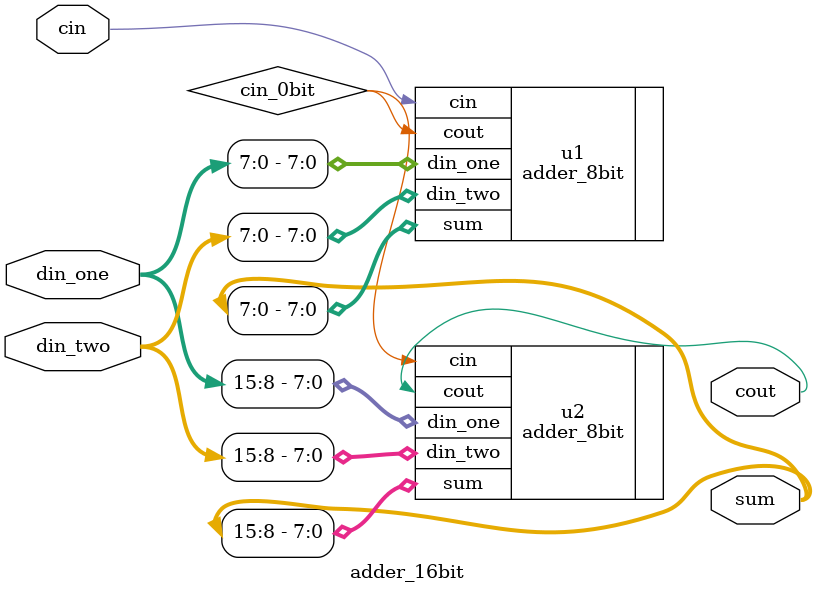
<source format=v>
module adder_16bit (
    input [15:0] din_one,
    input [15:0] din_two,
    input cin,
    output [15:0] sum,
    output cout
);
 
wire cin_0bit;

adder_8bit u1(
    .din_one(din_one[7:0]),
    .din_two(din_two[7:0]),
    .cin(cin),
    .sum(sum[7:0]),
    .cout(cin_0bit)
);

adder_8bit u2(
    .din_one(din_one[15:8]),
    .din_two(din_two[15:8]),
    .cin(cin_0bit),
    .sum(sum[15:8]),
    .cout(cout)
);
 
endmodule //full_adder
</source>
